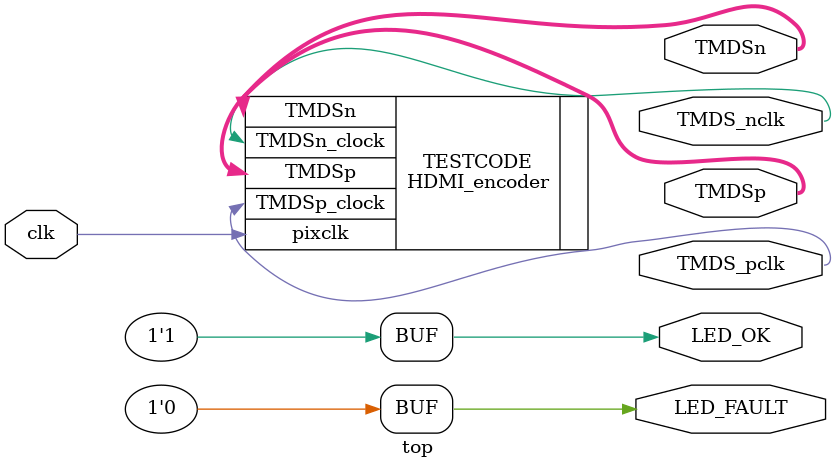
<source format=v>

module top(
  // 50MHz clock input
  input clk,

  // HDMI 0 Output
  output [2:0] TMDSp,
  output [2:0] TMDSn,
  output TMDS_pclk,
  output TMDS_nclk,

  output LED_OK,
  output LED_FAULT,
  );

  reg LED_OK;
  reg LED_FAULT;

  always
  begin

  // Set LED State
  LED_OK=1'b1;
  LED_FAULT=1'b0;

  end

  // XXX: This really needs 25Mhz
  HDMI_encoder TESTCODE (
    .pixclk(clk),
    .TMDSp(TMDSp),
    .TMDSn(TMDSn),
    .TMDSp_clock(TMDS_pclk),
    .TMDSn_clock(TMDS_nclk)
  );
endmodule // top

</source>
